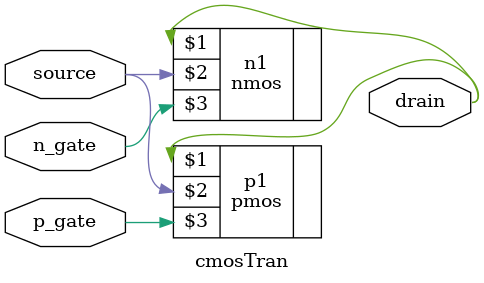
<source format=v>
module cmosTran (drain, source, n_gate, p_gate);
	
	input source, n_gate, p_gate;
	output drain;
	
	pmos p1 (drain, source, p_gate);
	nmos n1 (drain, source, n_gate);

endmodule

</source>
